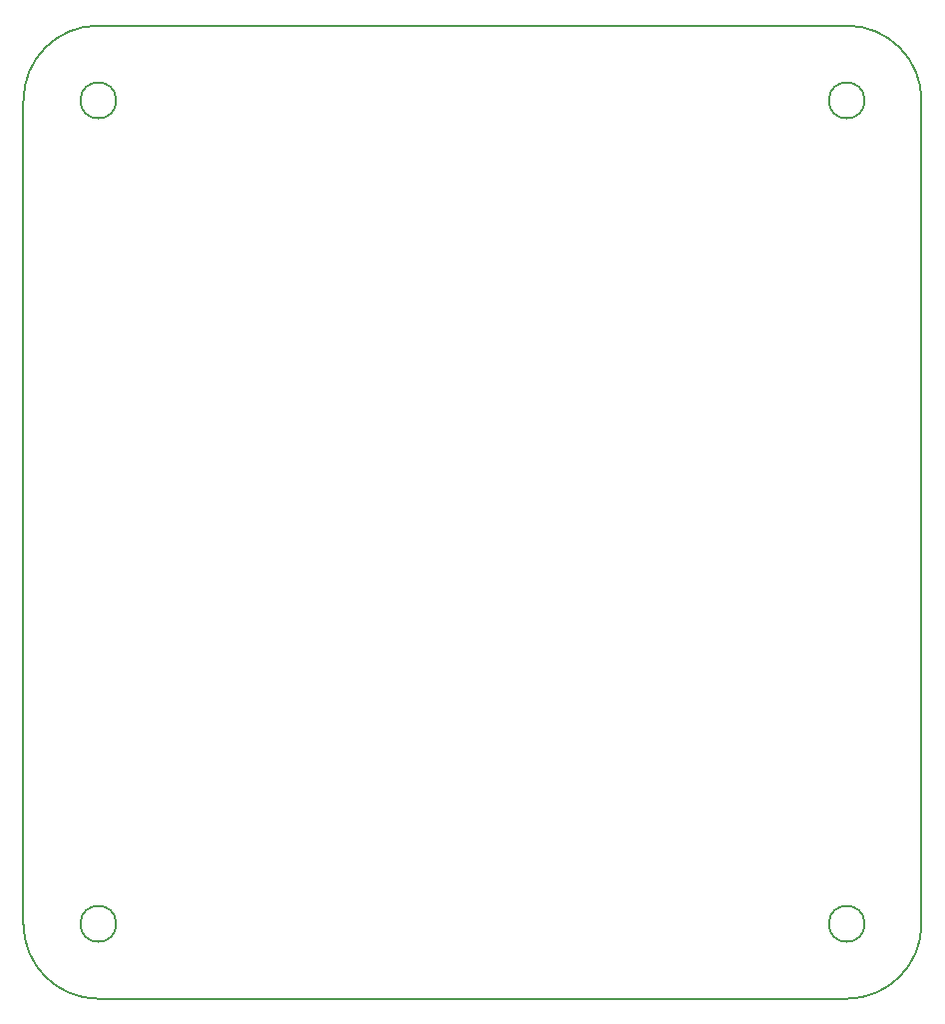
<source format=gm1>
G04 #@! TF.GenerationSoftware,KiCad,Pcbnew,(7.0.0)*
G04 #@! TF.CreationDate,2023-08-22T13:44:59-04:00*
G04 #@! TF.ProjectId,Power Module Rev 5,506f7765-7220-44d6-9f64-756c65205265,rev?*
G04 #@! TF.SameCoordinates,Original*
G04 #@! TF.FileFunction,Profile,NP*
%FSLAX46Y46*%
G04 Gerber Fmt 4.6, Leading zero omitted, Abs format (unit mm)*
G04 Created by KiCad (PCBNEW (7.0.0)) date 2023-08-22 13:44:59*
%MOMM*%
%LPD*%
G01*
G04 APERTURE LIST*
G04 #@! TA.AperFunction,Profile*
%ADD10C,0.160000*%
G04 #@! TD*
G04 APERTURE END LIST*
D10*
X160274000Y-124841000D02*
G75*
G03*
X160274000Y-124841000I-1524000J0D01*
G01*
X160274000Y-54991000D02*
G75*
G03*
X160274000Y-54991000I-1524000J0D01*
G01*
X96774000Y-54991000D02*
G75*
G03*
X96774000Y-54991000I-1524000J0D01*
G01*
X95250000Y-48641000D02*
G75*
G03*
X88900000Y-54991000I0J-6350000D01*
G01*
X95250000Y-48641000D02*
X158750000Y-48641000D01*
X96774000Y-124841000D02*
G75*
G03*
X96774000Y-124841000I-1524000J0D01*
G01*
X158750000Y-131191000D02*
X95250000Y-131191000D01*
X165100000Y-54991000D02*
X165100000Y-124841000D01*
X88900000Y-124841000D02*
G75*
G03*
X95250000Y-131191000I6350000J0D01*
G01*
X88900000Y-124841000D02*
X88900000Y-54991000D01*
X158750000Y-131191000D02*
G75*
G03*
X165100000Y-124841000I0J6350000D01*
G01*
X165100000Y-54991000D02*
G75*
G03*
X158750000Y-48641000I-6350000J0D01*
G01*
M02*

</source>
